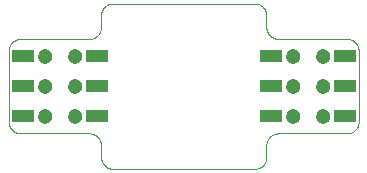
<source format=gbs>
G75*
%MOIN*%
%OFA0B0*%
%FSLAX25Y25*%
%IPPOS*%
%LPD*%
%AMOC8*
5,1,8,0,0,1.08239X$1,22.5*
%
%ADD10C,0.00000*%
%ADD11R,0.07487X0.03943*%
%ADD12C,0.04731*%
D10*
X0045791Y0032012D02*
X0045915Y0032010D01*
X0046038Y0032004D01*
X0046162Y0031995D01*
X0046284Y0031981D01*
X0046407Y0031964D01*
X0046529Y0031942D01*
X0046650Y0031917D01*
X0046770Y0031888D01*
X0046889Y0031856D01*
X0047008Y0031819D01*
X0047125Y0031779D01*
X0047240Y0031736D01*
X0047355Y0031688D01*
X0047467Y0031637D01*
X0047578Y0031583D01*
X0047688Y0031525D01*
X0047795Y0031464D01*
X0047901Y0031399D01*
X0048004Y0031331D01*
X0048105Y0031260D01*
X0048204Y0031186D01*
X0048301Y0031109D01*
X0048395Y0031028D01*
X0048486Y0030945D01*
X0048575Y0030859D01*
X0048661Y0030770D01*
X0048744Y0030679D01*
X0048825Y0030585D01*
X0048902Y0030488D01*
X0048976Y0030389D01*
X0049047Y0030288D01*
X0049115Y0030185D01*
X0049180Y0030079D01*
X0049241Y0029972D01*
X0049299Y0029862D01*
X0049353Y0029751D01*
X0049404Y0029639D01*
X0049452Y0029524D01*
X0049495Y0029409D01*
X0049535Y0029292D01*
X0049572Y0029173D01*
X0049604Y0029054D01*
X0049633Y0028934D01*
X0049658Y0028813D01*
X0049680Y0028691D01*
X0049697Y0028568D01*
X0049711Y0028446D01*
X0049720Y0028322D01*
X0049726Y0028199D01*
X0049728Y0028075D01*
X0049728Y0024138D01*
X0049730Y0024014D01*
X0049736Y0023891D01*
X0049745Y0023767D01*
X0049759Y0023645D01*
X0049776Y0023522D01*
X0049798Y0023400D01*
X0049823Y0023279D01*
X0049852Y0023159D01*
X0049884Y0023040D01*
X0049921Y0022921D01*
X0049961Y0022804D01*
X0050004Y0022689D01*
X0050052Y0022574D01*
X0050103Y0022462D01*
X0050157Y0022351D01*
X0050215Y0022241D01*
X0050276Y0022134D01*
X0050341Y0022028D01*
X0050409Y0021925D01*
X0050480Y0021824D01*
X0050554Y0021725D01*
X0050631Y0021628D01*
X0050712Y0021534D01*
X0050795Y0021443D01*
X0050881Y0021354D01*
X0050970Y0021268D01*
X0051061Y0021185D01*
X0051155Y0021104D01*
X0051252Y0021027D01*
X0051351Y0020953D01*
X0051452Y0020882D01*
X0051555Y0020814D01*
X0051661Y0020749D01*
X0051768Y0020688D01*
X0051878Y0020630D01*
X0051989Y0020576D01*
X0052101Y0020525D01*
X0052216Y0020477D01*
X0052331Y0020434D01*
X0052448Y0020394D01*
X0052567Y0020357D01*
X0052686Y0020325D01*
X0052806Y0020296D01*
X0052927Y0020271D01*
X0053049Y0020249D01*
X0053172Y0020232D01*
X0053294Y0020218D01*
X0053418Y0020209D01*
X0053541Y0020203D01*
X0053665Y0020201D01*
X0100909Y0020201D01*
X0101033Y0020203D01*
X0101156Y0020209D01*
X0101280Y0020218D01*
X0101402Y0020232D01*
X0101525Y0020249D01*
X0101647Y0020271D01*
X0101768Y0020296D01*
X0101888Y0020325D01*
X0102007Y0020357D01*
X0102126Y0020394D01*
X0102243Y0020434D01*
X0102358Y0020477D01*
X0102473Y0020525D01*
X0102585Y0020576D01*
X0102696Y0020630D01*
X0102806Y0020688D01*
X0102913Y0020749D01*
X0103019Y0020814D01*
X0103122Y0020882D01*
X0103223Y0020953D01*
X0103322Y0021027D01*
X0103419Y0021104D01*
X0103513Y0021185D01*
X0103604Y0021268D01*
X0103693Y0021354D01*
X0103779Y0021443D01*
X0103862Y0021534D01*
X0103943Y0021628D01*
X0104020Y0021725D01*
X0104094Y0021824D01*
X0104165Y0021925D01*
X0104233Y0022028D01*
X0104298Y0022134D01*
X0104359Y0022241D01*
X0104417Y0022351D01*
X0104471Y0022462D01*
X0104522Y0022574D01*
X0104570Y0022689D01*
X0104613Y0022804D01*
X0104653Y0022921D01*
X0104690Y0023040D01*
X0104722Y0023159D01*
X0104751Y0023279D01*
X0104776Y0023400D01*
X0104798Y0023522D01*
X0104815Y0023645D01*
X0104829Y0023767D01*
X0104838Y0023891D01*
X0104844Y0024014D01*
X0104846Y0024138D01*
X0104846Y0028075D01*
X0104848Y0028199D01*
X0104854Y0028322D01*
X0104863Y0028446D01*
X0104877Y0028568D01*
X0104894Y0028691D01*
X0104916Y0028813D01*
X0104941Y0028934D01*
X0104970Y0029054D01*
X0105002Y0029173D01*
X0105039Y0029292D01*
X0105079Y0029409D01*
X0105122Y0029524D01*
X0105170Y0029639D01*
X0105221Y0029751D01*
X0105275Y0029862D01*
X0105333Y0029972D01*
X0105394Y0030079D01*
X0105459Y0030185D01*
X0105527Y0030288D01*
X0105598Y0030389D01*
X0105672Y0030488D01*
X0105749Y0030585D01*
X0105830Y0030679D01*
X0105913Y0030770D01*
X0105999Y0030859D01*
X0106088Y0030945D01*
X0106179Y0031028D01*
X0106273Y0031109D01*
X0106370Y0031186D01*
X0106469Y0031260D01*
X0106570Y0031331D01*
X0106673Y0031399D01*
X0106779Y0031464D01*
X0106886Y0031525D01*
X0106996Y0031583D01*
X0107107Y0031637D01*
X0107219Y0031688D01*
X0107334Y0031736D01*
X0107449Y0031779D01*
X0107566Y0031819D01*
X0107685Y0031856D01*
X0107804Y0031888D01*
X0107924Y0031917D01*
X0108045Y0031942D01*
X0108167Y0031964D01*
X0108290Y0031981D01*
X0108412Y0031995D01*
X0108536Y0032004D01*
X0108659Y0032010D01*
X0108783Y0032012D01*
X0131674Y0032012D01*
X0131798Y0032014D01*
X0131921Y0032020D01*
X0132045Y0032029D01*
X0132167Y0032043D01*
X0132290Y0032060D01*
X0132412Y0032082D01*
X0132533Y0032107D01*
X0132653Y0032136D01*
X0132772Y0032168D01*
X0132891Y0032205D01*
X0133008Y0032245D01*
X0133123Y0032288D01*
X0133238Y0032336D01*
X0133350Y0032387D01*
X0133461Y0032441D01*
X0133571Y0032499D01*
X0133678Y0032560D01*
X0133784Y0032625D01*
X0133887Y0032693D01*
X0133988Y0032764D01*
X0134087Y0032838D01*
X0134184Y0032915D01*
X0134278Y0032996D01*
X0134369Y0033079D01*
X0134458Y0033165D01*
X0134544Y0033254D01*
X0134627Y0033345D01*
X0134708Y0033439D01*
X0134785Y0033536D01*
X0134859Y0033635D01*
X0134930Y0033736D01*
X0134998Y0033839D01*
X0135063Y0033945D01*
X0135124Y0034052D01*
X0135182Y0034162D01*
X0135236Y0034273D01*
X0135287Y0034385D01*
X0135335Y0034500D01*
X0135378Y0034615D01*
X0135418Y0034732D01*
X0135455Y0034851D01*
X0135487Y0034970D01*
X0135516Y0035090D01*
X0135541Y0035211D01*
X0135563Y0035333D01*
X0135580Y0035456D01*
X0135594Y0035578D01*
X0135603Y0035702D01*
X0135609Y0035825D01*
X0135611Y0035949D01*
X0135611Y0059571D01*
X0135609Y0059695D01*
X0135603Y0059818D01*
X0135594Y0059942D01*
X0135580Y0060064D01*
X0135563Y0060187D01*
X0135541Y0060309D01*
X0135516Y0060430D01*
X0135487Y0060550D01*
X0135455Y0060669D01*
X0135418Y0060788D01*
X0135378Y0060905D01*
X0135335Y0061020D01*
X0135287Y0061135D01*
X0135236Y0061247D01*
X0135182Y0061358D01*
X0135124Y0061468D01*
X0135063Y0061575D01*
X0134998Y0061681D01*
X0134930Y0061784D01*
X0134859Y0061885D01*
X0134785Y0061984D01*
X0134708Y0062081D01*
X0134627Y0062175D01*
X0134544Y0062266D01*
X0134458Y0062355D01*
X0134369Y0062441D01*
X0134278Y0062524D01*
X0134184Y0062605D01*
X0134087Y0062682D01*
X0133988Y0062756D01*
X0133887Y0062827D01*
X0133784Y0062895D01*
X0133678Y0062960D01*
X0133571Y0063021D01*
X0133461Y0063079D01*
X0133350Y0063133D01*
X0133238Y0063184D01*
X0133123Y0063232D01*
X0133008Y0063275D01*
X0132891Y0063315D01*
X0132772Y0063352D01*
X0132653Y0063384D01*
X0132533Y0063413D01*
X0132412Y0063438D01*
X0132290Y0063460D01*
X0132167Y0063477D01*
X0132045Y0063491D01*
X0131921Y0063500D01*
X0131798Y0063506D01*
X0131674Y0063508D01*
X0108783Y0063508D01*
X0108659Y0063510D01*
X0108536Y0063516D01*
X0108412Y0063525D01*
X0108290Y0063539D01*
X0108167Y0063556D01*
X0108045Y0063578D01*
X0107924Y0063603D01*
X0107804Y0063632D01*
X0107685Y0063664D01*
X0107566Y0063701D01*
X0107449Y0063741D01*
X0107334Y0063784D01*
X0107219Y0063832D01*
X0107107Y0063883D01*
X0106996Y0063937D01*
X0106886Y0063995D01*
X0106779Y0064056D01*
X0106673Y0064121D01*
X0106570Y0064189D01*
X0106469Y0064260D01*
X0106370Y0064334D01*
X0106273Y0064411D01*
X0106179Y0064492D01*
X0106088Y0064575D01*
X0105999Y0064661D01*
X0105913Y0064750D01*
X0105830Y0064841D01*
X0105749Y0064935D01*
X0105672Y0065032D01*
X0105598Y0065131D01*
X0105527Y0065232D01*
X0105459Y0065335D01*
X0105394Y0065441D01*
X0105333Y0065548D01*
X0105275Y0065658D01*
X0105221Y0065769D01*
X0105170Y0065881D01*
X0105122Y0065996D01*
X0105079Y0066111D01*
X0105039Y0066228D01*
X0105002Y0066347D01*
X0104970Y0066466D01*
X0104941Y0066586D01*
X0104916Y0066707D01*
X0104894Y0066829D01*
X0104877Y0066952D01*
X0104863Y0067074D01*
X0104854Y0067198D01*
X0104848Y0067321D01*
X0104846Y0067445D01*
X0104846Y0071382D01*
X0104844Y0071506D01*
X0104838Y0071629D01*
X0104829Y0071753D01*
X0104815Y0071875D01*
X0104798Y0071998D01*
X0104776Y0072120D01*
X0104751Y0072241D01*
X0104722Y0072361D01*
X0104690Y0072480D01*
X0104653Y0072599D01*
X0104613Y0072716D01*
X0104570Y0072831D01*
X0104522Y0072946D01*
X0104471Y0073058D01*
X0104417Y0073169D01*
X0104359Y0073279D01*
X0104298Y0073386D01*
X0104233Y0073492D01*
X0104165Y0073595D01*
X0104094Y0073696D01*
X0104020Y0073795D01*
X0103943Y0073892D01*
X0103862Y0073986D01*
X0103779Y0074077D01*
X0103693Y0074166D01*
X0103604Y0074252D01*
X0103513Y0074335D01*
X0103419Y0074416D01*
X0103322Y0074493D01*
X0103223Y0074567D01*
X0103122Y0074638D01*
X0103019Y0074706D01*
X0102913Y0074771D01*
X0102806Y0074832D01*
X0102696Y0074890D01*
X0102585Y0074944D01*
X0102473Y0074995D01*
X0102358Y0075043D01*
X0102243Y0075086D01*
X0102126Y0075126D01*
X0102007Y0075163D01*
X0101888Y0075195D01*
X0101768Y0075224D01*
X0101647Y0075249D01*
X0101525Y0075271D01*
X0101402Y0075288D01*
X0101280Y0075302D01*
X0101156Y0075311D01*
X0101033Y0075317D01*
X0100909Y0075319D01*
X0053665Y0075319D01*
X0053541Y0075317D01*
X0053418Y0075311D01*
X0053294Y0075302D01*
X0053172Y0075288D01*
X0053049Y0075271D01*
X0052927Y0075249D01*
X0052806Y0075224D01*
X0052686Y0075195D01*
X0052567Y0075163D01*
X0052448Y0075126D01*
X0052331Y0075086D01*
X0052216Y0075043D01*
X0052101Y0074995D01*
X0051989Y0074944D01*
X0051878Y0074890D01*
X0051768Y0074832D01*
X0051661Y0074771D01*
X0051555Y0074706D01*
X0051452Y0074638D01*
X0051351Y0074567D01*
X0051252Y0074493D01*
X0051155Y0074416D01*
X0051061Y0074335D01*
X0050970Y0074252D01*
X0050881Y0074166D01*
X0050795Y0074077D01*
X0050712Y0073986D01*
X0050631Y0073892D01*
X0050554Y0073795D01*
X0050480Y0073696D01*
X0050409Y0073595D01*
X0050341Y0073492D01*
X0050276Y0073386D01*
X0050215Y0073279D01*
X0050157Y0073169D01*
X0050103Y0073058D01*
X0050052Y0072946D01*
X0050004Y0072831D01*
X0049961Y0072716D01*
X0049921Y0072599D01*
X0049884Y0072480D01*
X0049852Y0072361D01*
X0049823Y0072241D01*
X0049798Y0072120D01*
X0049776Y0071998D01*
X0049759Y0071875D01*
X0049745Y0071753D01*
X0049736Y0071629D01*
X0049730Y0071506D01*
X0049728Y0071382D01*
X0049728Y0067445D01*
X0049726Y0067321D01*
X0049720Y0067198D01*
X0049711Y0067074D01*
X0049697Y0066952D01*
X0049680Y0066829D01*
X0049658Y0066707D01*
X0049633Y0066586D01*
X0049604Y0066466D01*
X0049572Y0066347D01*
X0049535Y0066228D01*
X0049495Y0066111D01*
X0049452Y0065996D01*
X0049404Y0065881D01*
X0049353Y0065769D01*
X0049299Y0065658D01*
X0049241Y0065548D01*
X0049180Y0065441D01*
X0049115Y0065335D01*
X0049047Y0065232D01*
X0048976Y0065131D01*
X0048902Y0065032D01*
X0048825Y0064935D01*
X0048744Y0064841D01*
X0048661Y0064750D01*
X0048575Y0064661D01*
X0048486Y0064575D01*
X0048395Y0064492D01*
X0048301Y0064411D01*
X0048204Y0064334D01*
X0048105Y0064260D01*
X0048004Y0064189D01*
X0047901Y0064121D01*
X0047795Y0064056D01*
X0047688Y0063995D01*
X0047578Y0063937D01*
X0047467Y0063883D01*
X0047355Y0063832D01*
X0047240Y0063784D01*
X0047125Y0063741D01*
X0047008Y0063701D01*
X0046889Y0063664D01*
X0046770Y0063632D01*
X0046650Y0063603D01*
X0046529Y0063578D01*
X0046407Y0063556D01*
X0046284Y0063539D01*
X0046162Y0063525D01*
X0046038Y0063516D01*
X0045915Y0063510D01*
X0045791Y0063508D01*
X0022901Y0063508D01*
X0022777Y0063506D01*
X0022654Y0063500D01*
X0022530Y0063491D01*
X0022408Y0063477D01*
X0022285Y0063460D01*
X0022163Y0063438D01*
X0022042Y0063413D01*
X0021922Y0063384D01*
X0021803Y0063352D01*
X0021684Y0063315D01*
X0021567Y0063275D01*
X0021452Y0063232D01*
X0021337Y0063184D01*
X0021225Y0063133D01*
X0021114Y0063079D01*
X0021004Y0063021D01*
X0020897Y0062960D01*
X0020791Y0062895D01*
X0020688Y0062827D01*
X0020587Y0062756D01*
X0020488Y0062682D01*
X0020391Y0062605D01*
X0020297Y0062524D01*
X0020206Y0062441D01*
X0020117Y0062355D01*
X0020031Y0062266D01*
X0019948Y0062175D01*
X0019867Y0062081D01*
X0019790Y0061984D01*
X0019716Y0061885D01*
X0019645Y0061784D01*
X0019577Y0061681D01*
X0019512Y0061575D01*
X0019451Y0061468D01*
X0019393Y0061358D01*
X0019339Y0061247D01*
X0019288Y0061135D01*
X0019240Y0061020D01*
X0019197Y0060905D01*
X0019157Y0060788D01*
X0019120Y0060669D01*
X0019088Y0060550D01*
X0019059Y0060430D01*
X0019034Y0060309D01*
X0019012Y0060187D01*
X0018995Y0060064D01*
X0018981Y0059942D01*
X0018972Y0059818D01*
X0018966Y0059695D01*
X0018964Y0059571D01*
X0018964Y0035949D01*
X0018966Y0035825D01*
X0018972Y0035702D01*
X0018981Y0035578D01*
X0018995Y0035456D01*
X0019012Y0035333D01*
X0019034Y0035211D01*
X0019059Y0035090D01*
X0019088Y0034970D01*
X0019120Y0034851D01*
X0019157Y0034732D01*
X0019197Y0034615D01*
X0019240Y0034500D01*
X0019288Y0034385D01*
X0019339Y0034273D01*
X0019393Y0034162D01*
X0019451Y0034052D01*
X0019512Y0033945D01*
X0019577Y0033839D01*
X0019645Y0033736D01*
X0019716Y0033635D01*
X0019790Y0033536D01*
X0019867Y0033439D01*
X0019948Y0033345D01*
X0020031Y0033254D01*
X0020117Y0033165D01*
X0020206Y0033079D01*
X0020297Y0032996D01*
X0020391Y0032915D01*
X0020488Y0032838D01*
X0020587Y0032764D01*
X0020688Y0032693D01*
X0020791Y0032625D01*
X0020897Y0032560D01*
X0021004Y0032499D01*
X0021114Y0032441D01*
X0021225Y0032387D01*
X0021337Y0032336D01*
X0021452Y0032288D01*
X0021567Y0032245D01*
X0021684Y0032205D01*
X0021803Y0032168D01*
X0021922Y0032136D01*
X0022042Y0032107D01*
X0022163Y0032082D01*
X0022285Y0032060D01*
X0022408Y0032043D01*
X0022530Y0032029D01*
X0022654Y0032020D01*
X0022777Y0032014D01*
X0022901Y0032012D01*
X0045791Y0032012D01*
X0038784Y0037760D02*
X0038786Y0037853D01*
X0038792Y0037945D01*
X0038802Y0038037D01*
X0038816Y0038128D01*
X0038833Y0038219D01*
X0038855Y0038309D01*
X0038880Y0038398D01*
X0038909Y0038486D01*
X0038942Y0038572D01*
X0038979Y0038657D01*
X0039019Y0038741D01*
X0039063Y0038822D01*
X0039110Y0038902D01*
X0039160Y0038980D01*
X0039214Y0039055D01*
X0039271Y0039128D01*
X0039331Y0039198D01*
X0039394Y0039266D01*
X0039460Y0039331D01*
X0039528Y0039393D01*
X0039599Y0039453D01*
X0039673Y0039509D01*
X0039749Y0039562D01*
X0039827Y0039611D01*
X0039907Y0039658D01*
X0039989Y0039700D01*
X0040073Y0039740D01*
X0040158Y0039775D01*
X0040245Y0039807D01*
X0040333Y0039836D01*
X0040422Y0039860D01*
X0040512Y0039881D01*
X0040603Y0039897D01*
X0040695Y0039910D01*
X0040787Y0039919D01*
X0040880Y0039924D01*
X0040972Y0039925D01*
X0041065Y0039922D01*
X0041157Y0039915D01*
X0041249Y0039904D01*
X0041340Y0039889D01*
X0041431Y0039871D01*
X0041521Y0039848D01*
X0041609Y0039822D01*
X0041697Y0039792D01*
X0041783Y0039758D01*
X0041867Y0039721D01*
X0041950Y0039679D01*
X0042031Y0039635D01*
X0042111Y0039587D01*
X0042188Y0039536D01*
X0042262Y0039481D01*
X0042335Y0039423D01*
X0042405Y0039363D01*
X0042472Y0039299D01*
X0042536Y0039233D01*
X0042598Y0039163D01*
X0042656Y0039092D01*
X0042711Y0039018D01*
X0042763Y0038941D01*
X0042812Y0038862D01*
X0042858Y0038782D01*
X0042900Y0038699D01*
X0042938Y0038615D01*
X0042973Y0038529D01*
X0043004Y0038442D01*
X0043031Y0038354D01*
X0043054Y0038264D01*
X0043074Y0038174D01*
X0043090Y0038083D01*
X0043102Y0037991D01*
X0043110Y0037899D01*
X0043114Y0037806D01*
X0043114Y0037714D01*
X0043110Y0037621D01*
X0043102Y0037529D01*
X0043090Y0037437D01*
X0043074Y0037346D01*
X0043054Y0037256D01*
X0043031Y0037166D01*
X0043004Y0037078D01*
X0042973Y0036991D01*
X0042938Y0036905D01*
X0042900Y0036821D01*
X0042858Y0036738D01*
X0042812Y0036658D01*
X0042763Y0036579D01*
X0042711Y0036502D01*
X0042656Y0036428D01*
X0042598Y0036357D01*
X0042536Y0036287D01*
X0042472Y0036221D01*
X0042405Y0036157D01*
X0042335Y0036097D01*
X0042262Y0036039D01*
X0042188Y0035984D01*
X0042111Y0035933D01*
X0042032Y0035885D01*
X0041950Y0035841D01*
X0041867Y0035799D01*
X0041783Y0035762D01*
X0041697Y0035728D01*
X0041609Y0035698D01*
X0041521Y0035672D01*
X0041431Y0035649D01*
X0041340Y0035631D01*
X0041249Y0035616D01*
X0041157Y0035605D01*
X0041065Y0035598D01*
X0040972Y0035595D01*
X0040880Y0035596D01*
X0040787Y0035601D01*
X0040695Y0035610D01*
X0040603Y0035623D01*
X0040512Y0035639D01*
X0040422Y0035660D01*
X0040333Y0035684D01*
X0040245Y0035713D01*
X0040158Y0035745D01*
X0040073Y0035780D01*
X0039989Y0035820D01*
X0039907Y0035862D01*
X0039827Y0035909D01*
X0039749Y0035958D01*
X0039673Y0036011D01*
X0039599Y0036067D01*
X0039528Y0036127D01*
X0039460Y0036189D01*
X0039394Y0036254D01*
X0039331Y0036322D01*
X0039271Y0036392D01*
X0039214Y0036465D01*
X0039160Y0036540D01*
X0039110Y0036618D01*
X0039063Y0036698D01*
X0039019Y0036779D01*
X0038979Y0036863D01*
X0038942Y0036948D01*
X0038909Y0037034D01*
X0038880Y0037122D01*
X0038855Y0037211D01*
X0038833Y0037301D01*
X0038816Y0037392D01*
X0038802Y0037483D01*
X0038792Y0037575D01*
X0038786Y0037667D01*
X0038784Y0037760D01*
X0028784Y0037760D02*
X0028786Y0037853D01*
X0028792Y0037945D01*
X0028802Y0038037D01*
X0028816Y0038128D01*
X0028833Y0038219D01*
X0028855Y0038309D01*
X0028880Y0038398D01*
X0028909Y0038486D01*
X0028942Y0038572D01*
X0028979Y0038657D01*
X0029019Y0038741D01*
X0029063Y0038822D01*
X0029110Y0038902D01*
X0029160Y0038980D01*
X0029214Y0039055D01*
X0029271Y0039128D01*
X0029331Y0039198D01*
X0029394Y0039266D01*
X0029460Y0039331D01*
X0029528Y0039393D01*
X0029599Y0039453D01*
X0029673Y0039509D01*
X0029749Y0039562D01*
X0029827Y0039611D01*
X0029907Y0039658D01*
X0029989Y0039700D01*
X0030073Y0039740D01*
X0030158Y0039775D01*
X0030245Y0039807D01*
X0030333Y0039836D01*
X0030422Y0039860D01*
X0030512Y0039881D01*
X0030603Y0039897D01*
X0030695Y0039910D01*
X0030787Y0039919D01*
X0030880Y0039924D01*
X0030972Y0039925D01*
X0031065Y0039922D01*
X0031157Y0039915D01*
X0031249Y0039904D01*
X0031340Y0039889D01*
X0031431Y0039871D01*
X0031521Y0039848D01*
X0031609Y0039822D01*
X0031697Y0039792D01*
X0031783Y0039758D01*
X0031867Y0039721D01*
X0031950Y0039679D01*
X0032031Y0039635D01*
X0032111Y0039587D01*
X0032188Y0039536D01*
X0032262Y0039481D01*
X0032335Y0039423D01*
X0032405Y0039363D01*
X0032472Y0039299D01*
X0032536Y0039233D01*
X0032598Y0039163D01*
X0032656Y0039092D01*
X0032711Y0039018D01*
X0032763Y0038941D01*
X0032812Y0038862D01*
X0032858Y0038782D01*
X0032900Y0038699D01*
X0032938Y0038615D01*
X0032973Y0038529D01*
X0033004Y0038442D01*
X0033031Y0038354D01*
X0033054Y0038264D01*
X0033074Y0038174D01*
X0033090Y0038083D01*
X0033102Y0037991D01*
X0033110Y0037899D01*
X0033114Y0037806D01*
X0033114Y0037714D01*
X0033110Y0037621D01*
X0033102Y0037529D01*
X0033090Y0037437D01*
X0033074Y0037346D01*
X0033054Y0037256D01*
X0033031Y0037166D01*
X0033004Y0037078D01*
X0032973Y0036991D01*
X0032938Y0036905D01*
X0032900Y0036821D01*
X0032858Y0036738D01*
X0032812Y0036658D01*
X0032763Y0036579D01*
X0032711Y0036502D01*
X0032656Y0036428D01*
X0032598Y0036357D01*
X0032536Y0036287D01*
X0032472Y0036221D01*
X0032405Y0036157D01*
X0032335Y0036097D01*
X0032262Y0036039D01*
X0032188Y0035984D01*
X0032111Y0035933D01*
X0032032Y0035885D01*
X0031950Y0035841D01*
X0031867Y0035799D01*
X0031783Y0035762D01*
X0031697Y0035728D01*
X0031609Y0035698D01*
X0031521Y0035672D01*
X0031431Y0035649D01*
X0031340Y0035631D01*
X0031249Y0035616D01*
X0031157Y0035605D01*
X0031065Y0035598D01*
X0030972Y0035595D01*
X0030880Y0035596D01*
X0030787Y0035601D01*
X0030695Y0035610D01*
X0030603Y0035623D01*
X0030512Y0035639D01*
X0030422Y0035660D01*
X0030333Y0035684D01*
X0030245Y0035713D01*
X0030158Y0035745D01*
X0030073Y0035780D01*
X0029989Y0035820D01*
X0029907Y0035862D01*
X0029827Y0035909D01*
X0029749Y0035958D01*
X0029673Y0036011D01*
X0029599Y0036067D01*
X0029528Y0036127D01*
X0029460Y0036189D01*
X0029394Y0036254D01*
X0029331Y0036322D01*
X0029271Y0036392D01*
X0029214Y0036465D01*
X0029160Y0036540D01*
X0029110Y0036618D01*
X0029063Y0036698D01*
X0029019Y0036779D01*
X0028979Y0036863D01*
X0028942Y0036948D01*
X0028909Y0037034D01*
X0028880Y0037122D01*
X0028855Y0037211D01*
X0028833Y0037301D01*
X0028816Y0037392D01*
X0028802Y0037483D01*
X0028792Y0037575D01*
X0028786Y0037667D01*
X0028784Y0037760D01*
X0028784Y0047760D02*
X0028786Y0047853D01*
X0028792Y0047945D01*
X0028802Y0048037D01*
X0028816Y0048128D01*
X0028833Y0048219D01*
X0028855Y0048309D01*
X0028880Y0048398D01*
X0028909Y0048486D01*
X0028942Y0048572D01*
X0028979Y0048657D01*
X0029019Y0048741D01*
X0029063Y0048822D01*
X0029110Y0048902D01*
X0029160Y0048980D01*
X0029214Y0049055D01*
X0029271Y0049128D01*
X0029331Y0049198D01*
X0029394Y0049266D01*
X0029460Y0049331D01*
X0029528Y0049393D01*
X0029599Y0049453D01*
X0029673Y0049509D01*
X0029749Y0049562D01*
X0029827Y0049611D01*
X0029907Y0049658D01*
X0029989Y0049700D01*
X0030073Y0049740D01*
X0030158Y0049775D01*
X0030245Y0049807D01*
X0030333Y0049836D01*
X0030422Y0049860D01*
X0030512Y0049881D01*
X0030603Y0049897D01*
X0030695Y0049910D01*
X0030787Y0049919D01*
X0030880Y0049924D01*
X0030972Y0049925D01*
X0031065Y0049922D01*
X0031157Y0049915D01*
X0031249Y0049904D01*
X0031340Y0049889D01*
X0031431Y0049871D01*
X0031521Y0049848D01*
X0031609Y0049822D01*
X0031697Y0049792D01*
X0031783Y0049758D01*
X0031867Y0049721D01*
X0031950Y0049679D01*
X0032031Y0049635D01*
X0032111Y0049587D01*
X0032188Y0049536D01*
X0032262Y0049481D01*
X0032335Y0049423D01*
X0032405Y0049363D01*
X0032472Y0049299D01*
X0032536Y0049233D01*
X0032598Y0049163D01*
X0032656Y0049092D01*
X0032711Y0049018D01*
X0032763Y0048941D01*
X0032812Y0048862D01*
X0032858Y0048782D01*
X0032900Y0048699D01*
X0032938Y0048615D01*
X0032973Y0048529D01*
X0033004Y0048442D01*
X0033031Y0048354D01*
X0033054Y0048264D01*
X0033074Y0048174D01*
X0033090Y0048083D01*
X0033102Y0047991D01*
X0033110Y0047899D01*
X0033114Y0047806D01*
X0033114Y0047714D01*
X0033110Y0047621D01*
X0033102Y0047529D01*
X0033090Y0047437D01*
X0033074Y0047346D01*
X0033054Y0047256D01*
X0033031Y0047166D01*
X0033004Y0047078D01*
X0032973Y0046991D01*
X0032938Y0046905D01*
X0032900Y0046821D01*
X0032858Y0046738D01*
X0032812Y0046658D01*
X0032763Y0046579D01*
X0032711Y0046502D01*
X0032656Y0046428D01*
X0032598Y0046357D01*
X0032536Y0046287D01*
X0032472Y0046221D01*
X0032405Y0046157D01*
X0032335Y0046097D01*
X0032262Y0046039D01*
X0032188Y0045984D01*
X0032111Y0045933D01*
X0032032Y0045885D01*
X0031950Y0045841D01*
X0031867Y0045799D01*
X0031783Y0045762D01*
X0031697Y0045728D01*
X0031609Y0045698D01*
X0031521Y0045672D01*
X0031431Y0045649D01*
X0031340Y0045631D01*
X0031249Y0045616D01*
X0031157Y0045605D01*
X0031065Y0045598D01*
X0030972Y0045595D01*
X0030880Y0045596D01*
X0030787Y0045601D01*
X0030695Y0045610D01*
X0030603Y0045623D01*
X0030512Y0045639D01*
X0030422Y0045660D01*
X0030333Y0045684D01*
X0030245Y0045713D01*
X0030158Y0045745D01*
X0030073Y0045780D01*
X0029989Y0045820D01*
X0029907Y0045862D01*
X0029827Y0045909D01*
X0029749Y0045958D01*
X0029673Y0046011D01*
X0029599Y0046067D01*
X0029528Y0046127D01*
X0029460Y0046189D01*
X0029394Y0046254D01*
X0029331Y0046322D01*
X0029271Y0046392D01*
X0029214Y0046465D01*
X0029160Y0046540D01*
X0029110Y0046618D01*
X0029063Y0046698D01*
X0029019Y0046779D01*
X0028979Y0046863D01*
X0028942Y0046948D01*
X0028909Y0047034D01*
X0028880Y0047122D01*
X0028855Y0047211D01*
X0028833Y0047301D01*
X0028816Y0047392D01*
X0028802Y0047483D01*
X0028792Y0047575D01*
X0028786Y0047667D01*
X0028784Y0047760D01*
X0038784Y0047760D02*
X0038786Y0047853D01*
X0038792Y0047945D01*
X0038802Y0048037D01*
X0038816Y0048128D01*
X0038833Y0048219D01*
X0038855Y0048309D01*
X0038880Y0048398D01*
X0038909Y0048486D01*
X0038942Y0048572D01*
X0038979Y0048657D01*
X0039019Y0048741D01*
X0039063Y0048822D01*
X0039110Y0048902D01*
X0039160Y0048980D01*
X0039214Y0049055D01*
X0039271Y0049128D01*
X0039331Y0049198D01*
X0039394Y0049266D01*
X0039460Y0049331D01*
X0039528Y0049393D01*
X0039599Y0049453D01*
X0039673Y0049509D01*
X0039749Y0049562D01*
X0039827Y0049611D01*
X0039907Y0049658D01*
X0039989Y0049700D01*
X0040073Y0049740D01*
X0040158Y0049775D01*
X0040245Y0049807D01*
X0040333Y0049836D01*
X0040422Y0049860D01*
X0040512Y0049881D01*
X0040603Y0049897D01*
X0040695Y0049910D01*
X0040787Y0049919D01*
X0040880Y0049924D01*
X0040972Y0049925D01*
X0041065Y0049922D01*
X0041157Y0049915D01*
X0041249Y0049904D01*
X0041340Y0049889D01*
X0041431Y0049871D01*
X0041521Y0049848D01*
X0041609Y0049822D01*
X0041697Y0049792D01*
X0041783Y0049758D01*
X0041867Y0049721D01*
X0041950Y0049679D01*
X0042031Y0049635D01*
X0042111Y0049587D01*
X0042188Y0049536D01*
X0042262Y0049481D01*
X0042335Y0049423D01*
X0042405Y0049363D01*
X0042472Y0049299D01*
X0042536Y0049233D01*
X0042598Y0049163D01*
X0042656Y0049092D01*
X0042711Y0049018D01*
X0042763Y0048941D01*
X0042812Y0048862D01*
X0042858Y0048782D01*
X0042900Y0048699D01*
X0042938Y0048615D01*
X0042973Y0048529D01*
X0043004Y0048442D01*
X0043031Y0048354D01*
X0043054Y0048264D01*
X0043074Y0048174D01*
X0043090Y0048083D01*
X0043102Y0047991D01*
X0043110Y0047899D01*
X0043114Y0047806D01*
X0043114Y0047714D01*
X0043110Y0047621D01*
X0043102Y0047529D01*
X0043090Y0047437D01*
X0043074Y0047346D01*
X0043054Y0047256D01*
X0043031Y0047166D01*
X0043004Y0047078D01*
X0042973Y0046991D01*
X0042938Y0046905D01*
X0042900Y0046821D01*
X0042858Y0046738D01*
X0042812Y0046658D01*
X0042763Y0046579D01*
X0042711Y0046502D01*
X0042656Y0046428D01*
X0042598Y0046357D01*
X0042536Y0046287D01*
X0042472Y0046221D01*
X0042405Y0046157D01*
X0042335Y0046097D01*
X0042262Y0046039D01*
X0042188Y0045984D01*
X0042111Y0045933D01*
X0042032Y0045885D01*
X0041950Y0045841D01*
X0041867Y0045799D01*
X0041783Y0045762D01*
X0041697Y0045728D01*
X0041609Y0045698D01*
X0041521Y0045672D01*
X0041431Y0045649D01*
X0041340Y0045631D01*
X0041249Y0045616D01*
X0041157Y0045605D01*
X0041065Y0045598D01*
X0040972Y0045595D01*
X0040880Y0045596D01*
X0040787Y0045601D01*
X0040695Y0045610D01*
X0040603Y0045623D01*
X0040512Y0045639D01*
X0040422Y0045660D01*
X0040333Y0045684D01*
X0040245Y0045713D01*
X0040158Y0045745D01*
X0040073Y0045780D01*
X0039989Y0045820D01*
X0039907Y0045862D01*
X0039827Y0045909D01*
X0039749Y0045958D01*
X0039673Y0046011D01*
X0039599Y0046067D01*
X0039528Y0046127D01*
X0039460Y0046189D01*
X0039394Y0046254D01*
X0039331Y0046322D01*
X0039271Y0046392D01*
X0039214Y0046465D01*
X0039160Y0046540D01*
X0039110Y0046618D01*
X0039063Y0046698D01*
X0039019Y0046779D01*
X0038979Y0046863D01*
X0038942Y0046948D01*
X0038909Y0047034D01*
X0038880Y0047122D01*
X0038855Y0047211D01*
X0038833Y0047301D01*
X0038816Y0047392D01*
X0038802Y0047483D01*
X0038792Y0047575D01*
X0038786Y0047667D01*
X0038784Y0047760D01*
X0038784Y0057760D02*
X0038786Y0057853D01*
X0038792Y0057945D01*
X0038802Y0058037D01*
X0038816Y0058128D01*
X0038833Y0058219D01*
X0038855Y0058309D01*
X0038880Y0058398D01*
X0038909Y0058486D01*
X0038942Y0058572D01*
X0038979Y0058657D01*
X0039019Y0058741D01*
X0039063Y0058822D01*
X0039110Y0058902D01*
X0039160Y0058980D01*
X0039214Y0059055D01*
X0039271Y0059128D01*
X0039331Y0059198D01*
X0039394Y0059266D01*
X0039460Y0059331D01*
X0039528Y0059393D01*
X0039599Y0059453D01*
X0039673Y0059509D01*
X0039749Y0059562D01*
X0039827Y0059611D01*
X0039907Y0059658D01*
X0039989Y0059700D01*
X0040073Y0059740D01*
X0040158Y0059775D01*
X0040245Y0059807D01*
X0040333Y0059836D01*
X0040422Y0059860D01*
X0040512Y0059881D01*
X0040603Y0059897D01*
X0040695Y0059910D01*
X0040787Y0059919D01*
X0040880Y0059924D01*
X0040972Y0059925D01*
X0041065Y0059922D01*
X0041157Y0059915D01*
X0041249Y0059904D01*
X0041340Y0059889D01*
X0041431Y0059871D01*
X0041521Y0059848D01*
X0041609Y0059822D01*
X0041697Y0059792D01*
X0041783Y0059758D01*
X0041867Y0059721D01*
X0041950Y0059679D01*
X0042031Y0059635D01*
X0042111Y0059587D01*
X0042188Y0059536D01*
X0042262Y0059481D01*
X0042335Y0059423D01*
X0042405Y0059363D01*
X0042472Y0059299D01*
X0042536Y0059233D01*
X0042598Y0059163D01*
X0042656Y0059092D01*
X0042711Y0059018D01*
X0042763Y0058941D01*
X0042812Y0058862D01*
X0042858Y0058782D01*
X0042900Y0058699D01*
X0042938Y0058615D01*
X0042973Y0058529D01*
X0043004Y0058442D01*
X0043031Y0058354D01*
X0043054Y0058264D01*
X0043074Y0058174D01*
X0043090Y0058083D01*
X0043102Y0057991D01*
X0043110Y0057899D01*
X0043114Y0057806D01*
X0043114Y0057714D01*
X0043110Y0057621D01*
X0043102Y0057529D01*
X0043090Y0057437D01*
X0043074Y0057346D01*
X0043054Y0057256D01*
X0043031Y0057166D01*
X0043004Y0057078D01*
X0042973Y0056991D01*
X0042938Y0056905D01*
X0042900Y0056821D01*
X0042858Y0056738D01*
X0042812Y0056658D01*
X0042763Y0056579D01*
X0042711Y0056502D01*
X0042656Y0056428D01*
X0042598Y0056357D01*
X0042536Y0056287D01*
X0042472Y0056221D01*
X0042405Y0056157D01*
X0042335Y0056097D01*
X0042262Y0056039D01*
X0042188Y0055984D01*
X0042111Y0055933D01*
X0042032Y0055885D01*
X0041950Y0055841D01*
X0041867Y0055799D01*
X0041783Y0055762D01*
X0041697Y0055728D01*
X0041609Y0055698D01*
X0041521Y0055672D01*
X0041431Y0055649D01*
X0041340Y0055631D01*
X0041249Y0055616D01*
X0041157Y0055605D01*
X0041065Y0055598D01*
X0040972Y0055595D01*
X0040880Y0055596D01*
X0040787Y0055601D01*
X0040695Y0055610D01*
X0040603Y0055623D01*
X0040512Y0055639D01*
X0040422Y0055660D01*
X0040333Y0055684D01*
X0040245Y0055713D01*
X0040158Y0055745D01*
X0040073Y0055780D01*
X0039989Y0055820D01*
X0039907Y0055862D01*
X0039827Y0055909D01*
X0039749Y0055958D01*
X0039673Y0056011D01*
X0039599Y0056067D01*
X0039528Y0056127D01*
X0039460Y0056189D01*
X0039394Y0056254D01*
X0039331Y0056322D01*
X0039271Y0056392D01*
X0039214Y0056465D01*
X0039160Y0056540D01*
X0039110Y0056618D01*
X0039063Y0056698D01*
X0039019Y0056779D01*
X0038979Y0056863D01*
X0038942Y0056948D01*
X0038909Y0057034D01*
X0038880Y0057122D01*
X0038855Y0057211D01*
X0038833Y0057301D01*
X0038816Y0057392D01*
X0038802Y0057483D01*
X0038792Y0057575D01*
X0038786Y0057667D01*
X0038784Y0057760D01*
X0028784Y0057760D02*
X0028786Y0057853D01*
X0028792Y0057945D01*
X0028802Y0058037D01*
X0028816Y0058128D01*
X0028833Y0058219D01*
X0028855Y0058309D01*
X0028880Y0058398D01*
X0028909Y0058486D01*
X0028942Y0058572D01*
X0028979Y0058657D01*
X0029019Y0058741D01*
X0029063Y0058822D01*
X0029110Y0058902D01*
X0029160Y0058980D01*
X0029214Y0059055D01*
X0029271Y0059128D01*
X0029331Y0059198D01*
X0029394Y0059266D01*
X0029460Y0059331D01*
X0029528Y0059393D01*
X0029599Y0059453D01*
X0029673Y0059509D01*
X0029749Y0059562D01*
X0029827Y0059611D01*
X0029907Y0059658D01*
X0029989Y0059700D01*
X0030073Y0059740D01*
X0030158Y0059775D01*
X0030245Y0059807D01*
X0030333Y0059836D01*
X0030422Y0059860D01*
X0030512Y0059881D01*
X0030603Y0059897D01*
X0030695Y0059910D01*
X0030787Y0059919D01*
X0030880Y0059924D01*
X0030972Y0059925D01*
X0031065Y0059922D01*
X0031157Y0059915D01*
X0031249Y0059904D01*
X0031340Y0059889D01*
X0031431Y0059871D01*
X0031521Y0059848D01*
X0031609Y0059822D01*
X0031697Y0059792D01*
X0031783Y0059758D01*
X0031867Y0059721D01*
X0031950Y0059679D01*
X0032031Y0059635D01*
X0032111Y0059587D01*
X0032188Y0059536D01*
X0032262Y0059481D01*
X0032335Y0059423D01*
X0032405Y0059363D01*
X0032472Y0059299D01*
X0032536Y0059233D01*
X0032598Y0059163D01*
X0032656Y0059092D01*
X0032711Y0059018D01*
X0032763Y0058941D01*
X0032812Y0058862D01*
X0032858Y0058782D01*
X0032900Y0058699D01*
X0032938Y0058615D01*
X0032973Y0058529D01*
X0033004Y0058442D01*
X0033031Y0058354D01*
X0033054Y0058264D01*
X0033074Y0058174D01*
X0033090Y0058083D01*
X0033102Y0057991D01*
X0033110Y0057899D01*
X0033114Y0057806D01*
X0033114Y0057714D01*
X0033110Y0057621D01*
X0033102Y0057529D01*
X0033090Y0057437D01*
X0033074Y0057346D01*
X0033054Y0057256D01*
X0033031Y0057166D01*
X0033004Y0057078D01*
X0032973Y0056991D01*
X0032938Y0056905D01*
X0032900Y0056821D01*
X0032858Y0056738D01*
X0032812Y0056658D01*
X0032763Y0056579D01*
X0032711Y0056502D01*
X0032656Y0056428D01*
X0032598Y0056357D01*
X0032536Y0056287D01*
X0032472Y0056221D01*
X0032405Y0056157D01*
X0032335Y0056097D01*
X0032262Y0056039D01*
X0032188Y0055984D01*
X0032111Y0055933D01*
X0032032Y0055885D01*
X0031950Y0055841D01*
X0031867Y0055799D01*
X0031783Y0055762D01*
X0031697Y0055728D01*
X0031609Y0055698D01*
X0031521Y0055672D01*
X0031431Y0055649D01*
X0031340Y0055631D01*
X0031249Y0055616D01*
X0031157Y0055605D01*
X0031065Y0055598D01*
X0030972Y0055595D01*
X0030880Y0055596D01*
X0030787Y0055601D01*
X0030695Y0055610D01*
X0030603Y0055623D01*
X0030512Y0055639D01*
X0030422Y0055660D01*
X0030333Y0055684D01*
X0030245Y0055713D01*
X0030158Y0055745D01*
X0030073Y0055780D01*
X0029989Y0055820D01*
X0029907Y0055862D01*
X0029827Y0055909D01*
X0029749Y0055958D01*
X0029673Y0056011D01*
X0029599Y0056067D01*
X0029528Y0056127D01*
X0029460Y0056189D01*
X0029394Y0056254D01*
X0029331Y0056322D01*
X0029271Y0056392D01*
X0029214Y0056465D01*
X0029160Y0056540D01*
X0029110Y0056618D01*
X0029063Y0056698D01*
X0029019Y0056779D01*
X0028979Y0056863D01*
X0028942Y0056948D01*
X0028909Y0057034D01*
X0028880Y0057122D01*
X0028855Y0057211D01*
X0028833Y0057301D01*
X0028816Y0057392D01*
X0028802Y0057483D01*
X0028792Y0057575D01*
X0028786Y0057667D01*
X0028784Y0057760D01*
X0111461Y0057760D02*
X0111463Y0057853D01*
X0111469Y0057945D01*
X0111479Y0058037D01*
X0111493Y0058128D01*
X0111510Y0058219D01*
X0111532Y0058309D01*
X0111557Y0058398D01*
X0111586Y0058486D01*
X0111619Y0058572D01*
X0111656Y0058657D01*
X0111696Y0058741D01*
X0111740Y0058822D01*
X0111787Y0058902D01*
X0111837Y0058980D01*
X0111891Y0059055D01*
X0111948Y0059128D01*
X0112008Y0059198D01*
X0112071Y0059266D01*
X0112137Y0059331D01*
X0112205Y0059393D01*
X0112276Y0059453D01*
X0112350Y0059509D01*
X0112426Y0059562D01*
X0112504Y0059611D01*
X0112584Y0059658D01*
X0112666Y0059700D01*
X0112750Y0059740D01*
X0112835Y0059775D01*
X0112922Y0059807D01*
X0113010Y0059836D01*
X0113099Y0059860D01*
X0113189Y0059881D01*
X0113280Y0059897D01*
X0113372Y0059910D01*
X0113464Y0059919D01*
X0113557Y0059924D01*
X0113649Y0059925D01*
X0113742Y0059922D01*
X0113834Y0059915D01*
X0113926Y0059904D01*
X0114017Y0059889D01*
X0114108Y0059871D01*
X0114198Y0059848D01*
X0114286Y0059822D01*
X0114374Y0059792D01*
X0114460Y0059758D01*
X0114544Y0059721D01*
X0114627Y0059679D01*
X0114708Y0059635D01*
X0114788Y0059587D01*
X0114865Y0059536D01*
X0114939Y0059481D01*
X0115012Y0059423D01*
X0115082Y0059363D01*
X0115149Y0059299D01*
X0115213Y0059233D01*
X0115275Y0059163D01*
X0115333Y0059092D01*
X0115388Y0059018D01*
X0115440Y0058941D01*
X0115489Y0058862D01*
X0115535Y0058782D01*
X0115577Y0058699D01*
X0115615Y0058615D01*
X0115650Y0058529D01*
X0115681Y0058442D01*
X0115708Y0058354D01*
X0115731Y0058264D01*
X0115751Y0058174D01*
X0115767Y0058083D01*
X0115779Y0057991D01*
X0115787Y0057899D01*
X0115791Y0057806D01*
X0115791Y0057714D01*
X0115787Y0057621D01*
X0115779Y0057529D01*
X0115767Y0057437D01*
X0115751Y0057346D01*
X0115731Y0057256D01*
X0115708Y0057166D01*
X0115681Y0057078D01*
X0115650Y0056991D01*
X0115615Y0056905D01*
X0115577Y0056821D01*
X0115535Y0056738D01*
X0115489Y0056658D01*
X0115440Y0056579D01*
X0115388Y0056502D01*
X0115333Y0056428D01*
X0115275Y0056357D01*
X0115213Y0056287D01*
X0115149Y0056221D01*
X0115082Y0056157D01*
X0115012Y0056097D01*
X0114939Y0056039D01*
X0114865Y0055984D01*
X0114788Y0055933D01*
X0114709Y0055885D01*
X0114627Y0055841D01*
X0114544Y0055799D01*
X0114460Y0055762D01*
X0114374Y0055728D01*
X0114286Y0055698D01*
X0114198Y0055672D01*
X0114108Y0055649D01*
X0114017Y0055631D01*
X0113926Y0055616D01*
X0113834Y0055605D01*
X0113742Y0055598D01*
X0113649Y0055595D01*
X0113557Y0055596D01*
X0113464Y0055601D01*
X0113372Y0055610D01*
X0113280Y0055623D01*
X0113189Y0055639D01*
X0113099Y0055660D01*
X0113010Y0055684D01*
X0112922Y0055713D01*
X0112835Y0055745D01*
X0112750Y0055780D01*
X0112666Y0055820D01*
X0112584Y0055862D01*
X0112504Y0055909D01*
X0112426Y0055958D01*
X0112350Y0056011D01*
X0112276Y0056067D01*
X0112205Y0056127D01*
X0112137Y0056189D01*
X0112071Y0056254D01*
X0112008Y0056322D01*
X0111948Y0056392D01*
X0111891Y0056465D01*
X0111837Y0056540D01*
X0111787Y0056618D01*
X0111740Y0056698D01*
X0111696Y0056779D01*
X0111656Y0056863D01*
X0111619Y0056948D01*
X0111586Y0057034D01*
X0111557Y0057122D01*
X0111532Y0057211D01*
X0111510Y0057301D01*
X0111493Y0057392D01*
X0111479Y0057483D01*
X0111469Y0057575D01*
X0111463Y0057667D01*
X0111461Y0057760D01*
X0121461Y0057760D02*
X0121463Y0057853D01*
X0121469Y0057945D01*
X0121479Y0058037D01*
X0121493Y0058128D01*
X0121510Y0058219D01*
X0121532Y0058309D01*
X0121557Y0058398D01*
X0121586Y0058486D01*
X0121619Y0058572D01*
X0121656Y0058657D01*
X0121696Y0058741D01*
X0121740Y0058822D01*
X0121787Y0058902D01*
X0121837Y0058980D01*
X0121891Y0059055D01*
X0121948Y0059128D01*
X0122008Y0059198D01*
X0122071Y0059266D01*
X0122137Y0059331D01*
X0122205Y0059393D01*
X0122276Y0059453D01*
X0122350Y0059509D01*
X0122426Y0059562D01*
X0122504Y0059611D01*
X0122584Y0059658D01*
X0122666Y0059700D01*
X0122750Y0059740D01*
X0122835Y0059775D01*
X0122922Y0059807D01*
X0123010Y0059836D01*
X0123099Y0059860D01*
X0123189Y0059881D01*
X0123280Y0059897D01*
X0123372Y0059910D01*
X0123464Y0059919D01*
X0123557Y0059924D01*
X0123649Y0059925D01*
X0123742Y0059922D01*
X0123834Y0059915D01*
X0123926Y0059904D01*
X0124017Y0059889D01*
X0124108Y0059871D01*
X0124198Y0059848D01*
X0124286Y0059822D01*
X0124374Y0059792D01*
X0124460Y0059758D01*
X0124544Y0059721D01*
X0124627Y0059679D01*
X0124708Y0059635D01*
X0124788Y0059587D01*
X0124865Y0059536D01*
X0124939Y0059481D01*
X0125012Y0059423D01*
X0125082Y0059363D01*
X0125149Y0059299D01*
X0125213Y0059233D01*
X0125275Y0059163D01*
X0125333Y0059092D01*
X0125388Y0059018D01*
X0125440Y0058941D01*
X0125489Y0058862D01*
X0125535Y0058782D01*
X0125577Y0058699D01*
X0125615Y0058615D01*
X0125650Y0058529D01*
X0125681Y0058442D01*
X0125708Y0058354D01*
X0125731Y0058264D01*
X0125751Y0058174D01*
X0125767Y0058083D01*
X0125779Y0057991D01*
X0125787Y0057899D01*
X0125791Y0057806D01*
X0125791Y0057714D01*
X0125787Y0057621D01*
X0125779Y0057529D01*
X0125767Y0057437D01*
X0125751Y0057346D01*
X0125731Y0057256D01*
X0125708Y0057166D01*
X0125681Y0057078D01*
X0125650Y0056991D01*
X0125615Y0056905D01*
X0125577Y0056821D01*
X0125535Y0056738D01*
X0125489Y0056658D01*
X0125440Y0056579D01*
X0125388Y0056502D01*
X0125333Y0056428D01*
X0125275Y0056357D01*
X0125213Y0056287D01*
X0125149Y0056221D01*
X0125082Y0056157D01*
X0125012Y0056097D01*
X0124939Y0056039D01*
X0124865Y0055984D01*
X0124788Y0055933D01*
X0124709Y0055885D01*
X0124627Y0055841D01*
X0124544Y0055799D01*
X0124460Y0055762D01*
X0124374Y0055728D01*
X0124286Y0055698D01*
X0124198Y0055672D01*
X0124108Y0055649D01*
X0124017Y0055631D01*
X0123926Y0055616D01*
X0123834Y0055605D01*
X0123742Y0055598D01*
X0123649Y0055595D01*
X0123557Y0055596D01*
X0123464Y0055601D01*
X0123372Y0055610D01*
X0123280Y0055623D01*
X0123189Y0055639D01*
X0123099Y0055660D01*
X0123010Y0055684D01*
X0122922Y0055713D01*
X0122835Y0055745D01*
X0122750Y0055780D01*
X0122666Y0055820D01*
X0122584Y0055862D01*
X0122504Y0055909D01*
X0122426Y0055958D01*
X0122350Y0056011D01*
X0122276Y0056067D01*
X0122205Y0056127D01*
X0122137Y0056189D01*
X0122071Y0056254D01*
X0122008Y0056322D01*
X0121948Y0056392D01*
X0121891Y0056465D01*
X0121837Y0056540D01*
X0121787Y0056618D01*
X0121740Y0056698D01*
X0121696Y0056779D01*
X0121656Y0056863D01*
X0121619Y0056948D01*
X0121586Y0057034D01*
X0121557Y0057122D01*
X0121532Y0057211D01*
X0121510Y0057301D01*
X0121493Y0057392D01*
X0121479Y0057483D01*
X0121469Y0057575D01*
X0121463Y0057667D01*
X0121461Y0057760D01*
X0121461Y0047760D02*
X0121463Y0047853D01*
X0121469Y0047945D01*
X0121479Y0048037D01*
X0121493Y0048128D01*
X0121510Y0048219D01*
X0121532Y0048309D01*
X0121557Y0048398D01*
X0121586Y0048486D01*
X0121619Y0048572D01*
X0121656Y0048657D01*
X0121696Y0048741D01*
X0121740Y0048822D01*
X0121787Y0048902D01*
X0121837Y0048980D01*
X0121891Y0049055D01*
X0121948Y0049128D01*
X0122008Y0049198D01*
X0122071Y0049266D01*
X0122137Y0049331D01*
X0122205Y0049393D01*
X0122276Y0049453D01*
X0122350Y0049509D01*
X0122426Y0049562D01*
X0122504Y0049611D01*
X0122584Y0049658D01*
X0122666Y0049700D01*
X0122750Y0049740D01*
X0122835Y0049775D01*
X0122922Y0049807D01*
X0123010Y0049836D01*
X0123099Y0049860D01*
X0123189Y0049881D01*
X0123280Y0049897D01*
X0123372Y0049910D01*
X0123464Y0049919D01*
X0123557Y0049924D01*
X0123649Y0049925D01*
X0123742Y0049922D01*
X0123834Y0049915D01*
X0123926Y0049904D01*
X0124017Y0049889D01*
X0124108Y0049871D01*
X0124198Y0049848D01*
X0124286Y0049822D01*
X0124374Y0049792D01*
X0124460Y0049758D01*
X0124544Y0049721D01*
X0124627Y0049679D01*
X0124708Y0049635D01*
X0124788Y0049587D01*
X0124865Y0049536D01*
X0124939Y0049481D01*
X0125012Y0049423D01*
X0125082Y0049363D01*
X0125149Y0049299D01*
X0125213Y0049233D01*
X0125275Y0049163D01*
X0125333Y0049092D01*
X0125388Y0049018D01*
X0125440Y0048941D01*
X0125489Y0048862D01*
X0125535Y0048782D01*
X0125577Y0048699D01*
X0125615Y0048615D01*
X0125650Y0048529D01*
X0125681Y0048442D01*
X0125708Y0048354D01*
X0125731Y0048264D01*
X0125751Y0048174D01*
X0125767Y0048083D01*
X0125779Y0047991D01*
X0125787Y0047899D01*
X0125791Y0047806D01*
X0125791Y0047714D01*
X0125787Y0047621D01*
X0125779Y0047529D01*
X0125767Y0047437D01*
X0125751Y0047346D01*
X0125731Y0047256D01*
X0125708Y0047166D01*
X0125681Y0047078D01*
X0125650Y0046991D01*
X0125615Y0046905D01*
X0125577Y0046821D01*
X0125535Y0046738D01*
X0125489Y0046658D01*
X0125440Y0046579D01*
X0125388Y0046502D01*
X0125333Y0046428D01*
X0125275Y0046357D01*
X0125213Y0046287D01*
X0125149Y0046221D01*
X0125082Y0046157D01*
X0125012Y0046097D01*
X0124939Y0046039D01*
X0124865Y0045984D01*
X0124788Y0045933D01*
X0124709Y0045885D01*
X0124627Y0045841D01*
X0124544Y0045799D01*
X0124460Y0045762D01*
X0124374Y0045728D01*
X0124286Y0045698D01*
X0124198Y0045672D01*
X0124108Y0045649D01*
X0124017Y0045631D01*
X0123926Y0045616D01*
X0123834Y0045605D01*
X0123742Y0045598D01*
X0123649Y0045595D01*
X0123557Y0045596D01*
X0123464Y0045601D01*
X0123372Y0045610D01*
X0123280Y0045623D01*
X0123189Y0045639D01*
X0123099Y0045660D01*
X0123010Y0045684D01*
X0122922Y0045713D01*
X0122835Y0045745D01*
X0122750Y0045780D01*
X0122666Y0045820D01*
X0122584Y0045862D01*
X0122504Y0045909D01*
X0122426Y0045958D01*
X0122350Y0046011D01*
X0122276Y0046067D01*
X0122205Y0046127D01*
X0122137Y0046189D01*
X0122071Y0046254D01*
X0122008Y0046322D01*
X0121948Y0046392D01*
X0121891Y0046465D01*
X0121837Y0046540D01*
X0121787Y0046618D01*
X0121740Y0046698D01*
X0121696Y0046779D01*
X0121656Y0046863D01*
X0121619Y0046948D01*
X0121586Y0047034D01*
X0121557Y0047122D01*
X0121532Y0047211D01*
X0121510Y0047301D01*
X0121493Y0047392D01*
X0121479Y0047483D01*
X0121469Y0047575D01*
X0121463Y0047667D01*
X0121461Y0047760D01*
X0111461Y0047760D02*
X0111463Y0047853D01*
X0111469Y0047945D01*
X0111479Y0048037D01*
X0111493Y0048128D01*
X0111510Y0048219D01*
X0111532Y0048309D01*
X0111557Y0048398D01*
X0111586Y0048486D01*
X0111619Y0048572D01*
X0111656Y0048657D01*
X0111696Y0048741D01*
X0111740Y0048822D01*
X0111787Y0048902D01*
X0111837Y0048980D01*
X0111891Y0049055D01*
X0111948Y0049128D01*
X0112008Y0049198D01*
X0112071Y0049266D01*
X0112137Y0049331D01*
X0112205Y0049393D01*
X0112276Y0049453D01*
X0112350Y0049509D01*
X0112426Y0049562D01*
X0112504Y0049611D01*
X0112584Y0049658D01*
X0112666Y0049700D01*
X0112750Y0049740D01*
X0112835Y0049775D01*
X0112922Y0049807D01*
X0113010Y0049836D01*
X0113099Y0049860D01*
X0113189Y0049881D01*
X0113280Y0049897D01*
X0113372Y0049910D01*
X0113464Y0049919D01*
X0113557Y0049924D01*
X0113649Y0049925D01*
X0113742Y0049922D01*
X0113834Y0049915D01*
X0113926Y0049904D01*
X0114017Y0049889D01*
X0114108Y0049871D01*
X0114198Y0049848D01*
X0114286Y0049822D01*
X0114374Y0049792D01*
X0114460Y0049758D01*
X0114544Y0049721D01*
X0114627Y0049679D01*
X0114708Y0049635D01*
X0114788Y0049587D01*
X0114865Y0049536D01*
X0114939Y0049481D01*
X0115012Y0049423D01*
X0115082Y0049363D01*
X0115149Y0049299D01*
X0115213Y0049233D01*
X0115275Y0049163D01*
X0115333Y0049092D01*
X0115388Y0049018D01*
X0115440Y0048941D01*
X0115489Y0048862D01*
X0115535Y0048782D01*
X0115577Y0048699D01*
X0115615Y0048615D01*
X0115650Y0048529D01*
X0115681Y0048442D01*
X0115708Y0048354D01*
X0115731Y0048264D01*
X0115751Y0048174D01*
X0115767Y0048083D01*
X0115779Y0047991D01*
X0115787Y0047899D01*
X0115791Y0047806D01*
X0115791Y0047714D01*
X0115787Y0047621D01*
X0115779Y0047529D01*
X0115767Y0047437D01*
X0115751Y0047346D01*
X0115731Y0047256D01*
X0115708Y0047166D01*
X0115681Y0047078D01*
X0115650Y0046991D01*
X0115615Y0046905D01*
X0115577Y0046821D01*
X0115535Y0046738D01*
X0115489Y0046658D01*
X0115440Y0046579D01*
X0115388Y0046502D01*
X0115333Y0046428D01*
X0115275Y0046357D01*
X0115213Y0046287D01*
X0115149Y0046221D01*
X0115082Y0046157D01*
X0115012Y0046097D01*
X0114939Y0046039D01*
X0114865Y0045984D01*
X0114788Y0045933D01*
X0114709Y0045885D01*
X0114627Y0045841D01*
X0114544Y0045799D01*
X0114460Y0045762D01*
X0114374Y0045728D01*
X0114286Y0045698D01*
X0114198Y0045672D01*
X0114108Y0045649D01*
X0114017Y0045631D01*
X0113926Y0045616D01*
X0113834Y0045605D01*
X0113742Y0045598D01*
X0113649Y0045595D01*
X0113557Y0045596D01*
X0113464Y0045601D01*
X0113372Y0045610D01*
X0113280Y0045623D01*
X0113189Y0045639D01*
X0113099Y0045660D01*
X0113010Y0045684D01*
X0112922Y0045713D01*
X0112835Y0045745D01*
X0112750Y0045780D01*
X0112666Y0045820D01*
X0112584Y0045862D01*
X0112504Y0045909D01*
X0112426Y0045958D01*
X0112350Y0046011D01*
X0112276Y0046067D01*
X0112205Y0046127D01*
X0112137Y0046189D01*
X0112071Y0046254D01*
X0112008Y0046322D01*
X0111948Y0046392D01*
X0111891Y0046465D01*
X0111837Y0046540D01*
X0111787Y0046618D01*
X0111740Y0046698D01*
X0111696Y0046779D01*
X0111656Y0046863D01*
X0111619Y0046948D01*
X0111586Y0047034D01*
X0111557Y0047122D01*
X0111532Y0047211D01*
X0111510Y0047301D01*
X0111493Y0047392D01*
X0111479Y0047483D01*
X0111469Y0047575D01*
X0111463Y0047667D01*
X0111461Y0047760D01*
X0111461Y0037760D02*
X0111463Y0037853D01*
X0111469Y0037945D01*
X0111479Y0038037D01*
X0111493Y0038128D01*
X0111510Y0038219D01*
X0111532Y0038309D01*
X0111557Y0038398D01*
X0111586Y0038486D01*
X0111619Y0038572D01*
X0111656Y0038657D01*
X0111696Y0038741D01*
X0111740Y0038822D01*
X0111787Y0038902D01*
X0111837Y0038980D01*
X0111891Y0039055D01*
X0111948Y0039128D01*
X0112008Y0039198D01*
X0112071Y0039266D01*
X0112137Y0039331D01*
X0112205Y0039393D01*
X0112276Y0039453D01*
X0112350Y0039509D01*
X0112426Y0039562D01*
X0112504Y0039611D01*
X0112584Y0039658D01*
X0112666Y0039700D01*
X0112750Y0039740D01*
X0112835Y0039775D01*
X0112922Y0039807D01*
X0113010Y0039836D01*
X0113099Y0039860D01*
X0113189Y0039881D01*
X0113280Y0039897D01*
X0113372Y0039910D01*
X0113464Y0039919D01*
X0113557Y0039924D01*
X0113649Y0039925D01*
X0113742Y0039922D01*
X0113834Y0039915D01*
X0113926Y0039904D01*
X0114017Y0039889D01*
X0114108Y0039871D01*
X0114198Y0039848D01*
X0114286Y0039822D01*
X0114374Y0039792D01*
X0114460Y0039758D01*
X0114544Y0039721D01*
X0114627Y0039679D01*
X0114708Y0039635D01*
X0114788Y0039587D01*
X0114865Y0039536D01*
X0114939Y0039481D01*
X0115012Y0039423D01*
X0115082Y0039363D01*
X0115149Y0039299D01*
X0115213Y0039233D01*
X0115275Y0039163D01*
X0115333Y0039092D01*
X0115388Y0039018D01*
X0115440Y0038941D01*
X0115489Y0038862D01*
X0115535Y0038782D01*
X0115577Y0038699D01*
X0115615Y0038615D01*
X0115650Y0038529D01*
X0115681Y0038442D01*
X0115708Y0038354D01*
X0115731Y0038264D01*
X0115751Y0038174D01*
X0115767Y0038083D01*
X0115779Y0037991D01*
X0115787Y0037899D01*
X0115791Y0037806D01*
X0115791Y0037714D01*
X0115787Y0037621D01*
X0115779Y0037529D01*
X0115767Y0037437D01*
X0115751Y0037346D01*
X0115731Y0037256D01*
X0115708Y0037166D01*
X0115681Y0037078D01*
X0115650Y0036991D01*
X0115615Y0036905D01*
X0115577Y0036821D01*
X0115535Y0036738D01*
X0115489Y0036658D01*
X0115440Y0036579D01*
X0115388Y0036502D01*
X0115333Y0036428D01*
X0115275Y0036357D01*
X0115213Y0036287D01*
X0115149Y0036221D01*
X0115082Y0036157D01*
X0115012Y0036097D01*
X0114939Y0036039D01*
X0114865Y0035984D01*
X0114788Y0035933D01*
X0114709Y0035885D01*
X0114627Y0035841D01*
X0114544Y0035799D01*
X0114460Y0035762D01*
X0114374Y0035728D01*
X0114286Y0035698D01*
X0114198Y0035672D01*
X0114108Y0035649D01*
X0114017Y0035631D01*
X0113926Y0035616D01*
X0113834Y0035605D01*
X0113742Y0035598D01*
X0113649Y0035595D01*
X0113557Y0035596D01*
X0113464Y0035601D01*
X0113372Y0035610D01*
X0113280Y0035623D01*
X0113189Y0035639D01*
X0113099Y0035660D01*
X0113010Y0035684D01*
X0112922Y0035713D01*
X0112835Y0035745D01*
X0112750Y0035780D01*
X0112666Y0035820D01*
X0112584Y0035862D01*
X0112504Y0035909D01*
X0112426Y0035958D01*
X0112350Y0036011D01*
X0112276Y0036067D01*
X0112205Y0036127D01*
X0112137Y0036189D01*
X0112071Y0036254D01*
X0112008Y0036322D01*
X0111948Y0036392D01*
X0111891Y0036465D01*
X0111837Y0036540D01*
X0111787Y0036618D01*
X0111740Y0036698D01*
X0111696Y0036779D01*
X0111656Y0036863D01*
X0111619Y0036948D01*
X0111586Y0037034D01*
X0111557Y0037122D01*
X0111532Y0037211D01*
X0111510Y0037301D01*
X0111493Y0037392D01*
X0111479Y0037483D01*
X0111469Y0037575D01*
X0111463Y0037667D01*
X0111461Y0037760D01*
X0121461Y0037760D02*
X0121463Y0037853D01*
X0121469Y0037945D01*
X0121479Y0038037D01*
X0121493Y0038128D01*
X0121510Y0038219D01*
X0121532Y0038309D01*
X0121557Y0038398D01*
X0121586Y0038486D01*
X0121619Y0038572D01*
X0121656Y0038657D01*
X0121696Y0038741D01*
X0121740Y0038822D01*
X0121787Y0038902D01*
X0121837Y0038980D01*
X0121891Y0039055D01*
X0121948Y0039128D01*
X0122008Y0039198D01*
X0122071Y0039266D01*
X0122137Y0039331D01*
X0122205Y0039393D01*
X0122276Y0039453D01*
X0122350Y0039509D01*
X0122426Y0039562D01*
X0122504Y0039611D01*
X0122584Y0039658D01*
X0122666Y0039700D01*
X0122750Y0039740D01*
X0122835Y0039775D01*
X0122922Y0039807D01*
X0123010Y0039836D01*
X0123099Y0039860D01*
X0123189Y0039881D01*
X0123280Y0039897D01*
X0123372Y0039910D01*
X0123464Y0039919D01*
X0123557Y0039924D01*
X0123649Y0039925D01*
X0123742Y0039922D01*
X0123834Y0039915D01*
X0123926Y0039904D01*
X0124017Y0039889D01*
X0124108Y0039871D01*
X0124198Y0039848D01*
X0124286Y0039822D01*
X0124374Y0039792D01*
X0124460Y0039758D01*
X0124544Y0039721D01*
X0124627Y0039679D01*
X0124708Y0039635D01*
X0124788Y0039587D01*
X0124865Y0039536D01*
X0124939Y0039481D01*
X0125012Y0039423D01*
X0125082Y0039363D01*
X0125149Y0039299D01*
X0125213Y0039233D01*
X0125275Y0039163D01*
X0125333Y0039092D01*
X0125388Y0039018D01*
X0125440Y0038941D01*
X0125489Y0038862D01*
X0125535Y0038782D01*
X0125577Y0038699D01*
X0125615Y0038615D01*
X0125650Y0038529D01*
X0125681Y0038442D01*
X0125708Y0038354D01*
X0125731Y0038264D01*
X0125751Y0038174D01*
X0125767Y0038083D01*
X0125779Y0037991D01*
X0125787Y0037899D01*
X0125791Y0037806D01*
X0125791Y0037714D01*
X0125787Y0037621D01*
X0125779Y0037529D01*
X0125767Y0037437D01*
X0125751Y0037346D01*
X0125731Y0037256D01*
X0125708Y0037166D01*
X0125681Y0037078D01*
X0125650Y0036991D01*
X0125615Y0036905D01*
X0125577Y0036821D01*
X0125535Y0036738D01*
X0125489Y0036658D01*
X0125440Y0036579D01*
X0125388Y0036502D01*
X0125333Y0036428D01*
X0125275Y0036357D01*
X0125213Y0036287D01*
X0125149Y0036221D01*
X0125082Y0036157D01*
X0125012Y0036097D01*
X0124939Y0036039D01*
X0124865Y0035984D01*
X0124788Y0035933D01*
X0124709Y0035885D01*
X0124627Y0035841D01*
X0124544Y0035799D01*
X0124460Y0035762D01*
X0124374Y0035728D01*
X0124286Y0035698D01*
X0124198Y0035672D01*
X0124108Y0035649D01*
X0124017Y0035631D01*
X0123926Y0035616D01*
X0123834Y0035605D01*
X0123742Y0035598D01*
X0123649Y0035595D01*
X0123557Y0035596D01*
X0123464Y0035601D01*
X0123372Y0035610D01*
X0123280Y0035623D01*
X0123189Y0035639D01*
X0123099Y0035660D01*
X0123010Y0035684D01*
X0122922Y0035713D01*
X0122835Y0035745D01*
X0122750Y0035780D01*
X0122666Y0035820D01*
X0122584Y0035862D01*
X0122504Y0035909D01*
X0122426Y0035958D01*
X0122350Y0036011D01*
X0122276Y0036067D01*
X0122205Y0036127D01*
X0122137Y0036189D01*
X0122071Y0036254D01*
X0122008Y0036322D01*
X0121948Y0036392D01*
X0121891Y0036465D01*
X0121837Y0036540D01*
X0121787Y0036618D01*
X0121740Y0036698D01*
X0121696Y0036779D01*
X0121656Y0036863D01*
X0121619Y0036948D01*
X0121586Y0037034D01*
X0121557Y0037122D01*
X0121532Y0037211D01*
X0121510Y0037301D01*
X0121493Y0037392D01*
X0121479Y0037483D01*
X0121469Y0037575D01*
X0121463Y0037667D01*
X0121461Y0037760D01*
D11*
X0131067Y0037799D03*
X0131067Y0047799D03*
X0131106Y0057760D03*
X0106224Y0057760D03*
X0106264Y0047799D03*
X0106264Y0037799D03*
X0048390Y0037799D03*
X0048390Y0047799D03*
X0048429Y0057760D03*
X0023547Y0057760D03*
X0023587Y0047799D03*
X0023587Y0037799D03*
D12*
X0030949Y0037760D03*
X0040949Y0037760D03*
X0040949Y0047760D03*
X0030949Y0047760D03*
X0030949Y0057760D03*
X0040949Y0057760D03*
X0113626Y0057760D03*
X0123626Y0057760D03*
X0123626Y0047760D03*
X0113626Y0047760D03*
X0113626Y0037760D03*
X0123626Y0037760D03*
M02*

</source>
